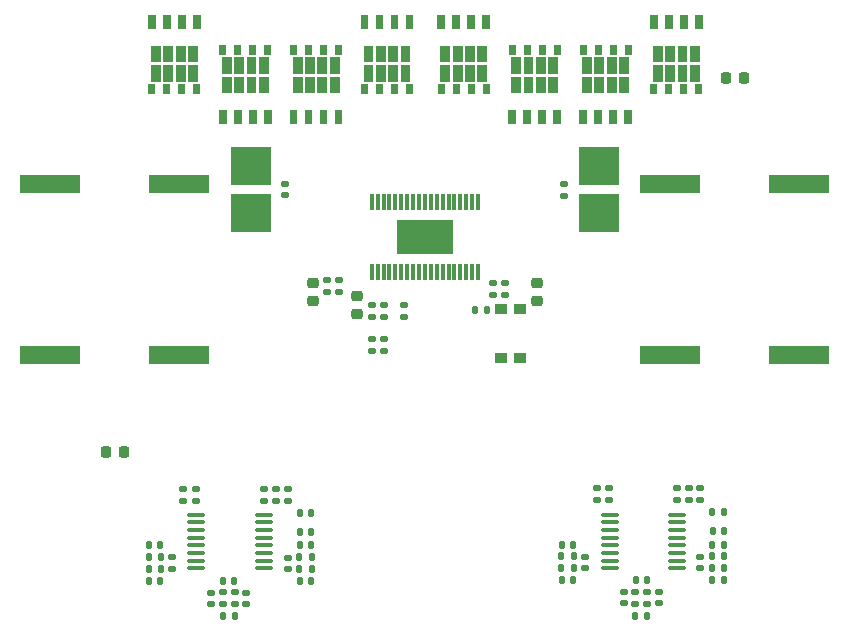
<source format=gbr>
%TF.GenerationSoftware,KiCad,Pcbnew,9.0.7-9.0.7~ubuntu22.04.1*%
%TF.CreationDate,2026-02-03T08:37:43-07:00*%
%TF.ProjectId,Power_Brick,506f7765-725f-4427-9269-636b2e6b6963,1.1*%
%TF.SameCoordinates,Original*%
%TF.FileFunction,Paste,Top*%
%TF.FilePolarity,Positive*%
%FSLAX46Y46*%
G04 Gerber Fmt 4.6, Leading zero omitted, Abs format (unit mm)*
G04 Created by KiCad (PCBNEW 9.0.7-9.0.7~ubuntu22.04.1) date 2026-02-03 08:37:43*
%MOMM*%
%LPD*%
G01*
G04 APERTURE LIST*
G04 Aperture macros list*
%AMRoundRect*
0 Rectangle with rounded corners*
0 $1 Rounding radius*
0 $2 $3 $4 $5 $6 $7 $8 $9 X,Y pos of 4 corners*
0 Add a 4 corners polygon primitive as box body*
4,1,4,$2,$3,$4,$5,$6,$7,$8,$9,$2,$3,0*
0 Add four circle primitives for the rounded corners*
1,1,$1+$1,$2,$3*
1,1,$1+$1,$4,$5*
1,1,$1+$1,$6,$7*
1,1,$1+$1,$8,$9*
0 Add four rect primitives between the rounded corners*
20,1,$1+$1,$2,$3,$4,$5,0*
20,1,$1+$1,$4,$5,$6,$7,0*
20,1,$1+$1,$6,$7,$8,$9,0*
20,1,$1+$1,$8,$9,$2,$3,0*%
G04 Aperture macros list end*
%ADD10C,0.000000*%
%ADD11C,0.010000*%
%ADD12R,0.299999X1.400000*%
%ADD13R,3.429000X3.327400*%
%ADD14R,5.105400X1.600200*%
%ADD15RoundRect,0.135000X-0.185000X0.135000X-0.185000X-0.135000X0.185000X-0.135000X0.185000X0.135000X0*%
%ADD16RoundRect,0.218750X-0.256250X0.218750X-0.256250X-0.218750X0.256250X-0.218750X0.256250X0.218750X0*%
%ADD17RoundRect,0.140000X-0.140000X-0.170000X0.140000X-0.170000X0.140000X0.170000X-0.140000X0.170000X0*%
%ADD18RoundRect,0.135000X0.135000X0.185000X-0.135000X0.185000X-0.135000X-0.185000X0.135000X-0.185000X0*%
%ADD19RoundRect,0.135000X0.185000X-0.135000X0.185000X0.135000X-0.185000X0.135000X-0.185000X-0.135000X0*%
%ADD20RoundRect,0.225000X0.250000X-0.225000X0.250000X0.225000X-0.250000X0.225000X-0.250000X-0.225000X0*%
%ADD21RoundRect,0.140000X0.170000X-0.140000X0.170000X0.140000X-0.170000X0.140000X-0.170000X-0.140000X0*%
%ADD22RoundRect,0.135000X-0.135000X-0.185000X0.135000X-0.185000X0.135000X0.185000X-0.135000X0.185000X0*%
%ADD23RoundRect,0.140000X0.140000X0.170000X-0.140000X0.170000X-0.140000X-0.170000X0.140000X-0.170000X0*%
%ADD24RoundRect,0.225000X-0.225000X-0.250000X0.225000X-0.250000X0.225000X0.250000X-0.225000X0.250000X0*%
%ADD25RoundRect,0.140000X-0.170000X0.140000X-0.170000X-0.140000X0.170000X-0.140000X0.170000X0.140000X0*%
%ADD26RoundRect,0.100000X-0.637500X-0.100000X0.637500X-0.100000X0.637500X0.100000X-0.637500X0.100000X0*%
%ADD27RoundRect,0.218750X0.256250X-0.218750X0.256250X0.218750X-0.256250X0.218750X-0.256250X-0.218750X0*%
%ADD28R,1.000000X0.900000*%
G04 APERTURE END LIST*
D10*
%TO.C,U1*%
G36*
X214814986Y-121157086D02*
G01*
X214823148Y-121159563D01*
X214830668Y-121163581D01*
X214837260Y-121168991D01*
X214842670Y-121175582D01*
X214846688Y-121183103D01*
X214849165Y-121191264D01*
X214850000Y-121199750D01*
X214850000Y-124012750D01*
X214849165Y-124021236D01*
X214846688Y-124029397D01*
X214842670Y-124036918D01*
X214837260Y-124043509D01*
X214830668Y-124048919D01*
X214823148Y-124052937D01*
X214814986Y-124055414D01*
X214806500Y-124056250D01*
X210193500Y-124056250D01*
X210185014Y-124055414D01*
X210176852Y-124052937D01*
X210169332Y-124048919D01*
X210162740Y-124043509D01*
X210157330Y-124036918D01*
X210153312Y-124029397D01*
X210150835Y-124021236D01*
X210150000Y-124012750D01*
X210150000Y-121199750D01*
X210150835Y-121191264D01*
X210153312Y-121183103D01*
X210157330Y-121175582D01*
X210162740Y-121168991D01*
X210169332Y-121163581D01*
X210176852Y-121159563D01*
X210185014Y-121157086D01*
X210193500Y-121156250D01*
X214806500Y-121156250D01*
X214814986Y-121157086D01*
G37*
D11*
%TO.C,Q2*%
X195626000Y-112899250D02*
X195064000Y-112899250D01*
X195064000Y-111827250D01*
X195626000Y-111827250D01*
X195626000Y-112899250D01*
G36*
X195626000Y-112899250D02*
G01*
X195064000Y-112899250D01*
X195064000Y-111827250D01*
X195626000Y-111827250D01*
X195626000Y-112899250D01*
G37*
X195599000Y-107079250D02*
X195091000Y-107079250D01*
X195091000Y-106313250D01*
X195599000Y-106313250D01*
X195599000Y-107079250D01*
G36*
X195599000Y-107079250D02*
G01*
X195091000Y-107079250D01*
X195091000Y-106313250D01*
X195599000Y-106313250D01*
X195599000Y-107079250D01*
G37*
X196054000Y-108659250D02*
X195308000Y-108659250D01*
X195308000Y-107365250D01*
X196054000Y-107365250D01*
X196054000Y-108659250D01*
G36*
X196054000Y-108659250D02*
G01*
X195308000Y-108659250D01*
X195308000Y-107365250D01*
X196054000Y-107365250D01*
X196054000Y-108659250D01*
G37*
X196054000Y-110303250D02*
X195308000Y-110303250D01*
X195308000Y-109009250D01*
X196054000Y-109009250D01*
X196054000Y-110303250D01*
G36*
X196054000Y-110303250D02*
G01*
X195308000Y-110303250D01*
X195308000Y-109009250D01*
X196054000Y-109009250D01*
X196054000Y-110303250D01*
G37*
X196896000Y-112899250D02*
X196334000Y-112899250D01*
X196334000Y-111827250D01*
X196896000Y-111827250D01*
X196896000Y-112899250D01*
G36*
X196896000Y-112899250D02*
G01*
X196334000Y-112899250D01*
X196334000Y-111827250D01*
X196896000Y-111827250D01*
X196896000Y-112899250D01*
G37*
X197100000Y-108659250D02*
X196354000Y-108659250D01*
X196354000Y-107365250D01*
X197100000Y-107365250D01*
X197100000Y-108659250D01*
G36*
X197100000Y-108659250D02*
G01*
X196354000Y-108659250D01*
X196354000Y-107365250D01*
X197100000Y-107365250D01*
X197100000Y-108659250D01*
G37*
X197100000Y-110303250D02*
X196354000Y-110303250D01*
X196354000Y-109009250D01*
X197100000Y-109009250D01*
X197100000Y-110303250D01*
G36*
X197100000Y-110303250D02*
G01*
X196354000Y-110303250D01*
X196354000Y-109009250D01*
X197100000Y-109009250D01*
X197100000Y-110303250D01*
G37*
X196869000Y-107079250D02*
X196361000Y-107079250D01*
X196361000Y-106313250D01*
X196869000Y-106313250D01*
X196869000Y-107079250D01*
G36*
X196869000Y-107079250D02*
G01*
X196361000Y-107079250D01*
X196361000Y-106313250D01*
X196869000Y-106313250D01*
X196869000Y-107079250D01*
G37*
X198146000Y-108659250D02*
X197400000Y-108659250D01*
X197400000Y-107365250D01*
X198146000Y-107365250D01*
X198146000Y-108659250D01*
G36*
X198146000Y-108659250D02*
G01*
X197400000Y-108659250D01*
X197400000Y-107365250D01*
X198146000Y-107365250D01*
X198146000Y-108659250D01*
G37*
X198146000Y-110303250D02*
X197400000Y-110303250D01*
X197400000Y-109009250D01*
X198146000Y-109009250D01*
X198146000Y-110303250D01*
G36*
X198146000Y-110303250D02*
G01*
X197400000Y-110303250D01*
X197400000Y-109009250D01*
X198146000Y-109009250D01*
X198146000Y-110303250D01*
G37*
X198166000Y-112899250D02*
X197604000Y-112899250D01*
X197604000Y-111827250D01*
X198166000Y-111827250D01*
X198166000Y-112899250D01*
G36*
X198166000Y-112899250D02*
G01*
X197604000Y-112899250D01*
X197604000Y-111827250D01*
X198166000Y-111827250D01*
X198166000Y-112899250D01*
G37*
X198139000Y-107079250D02*
X197631000Y-107079250D01*
X197631000Y-106313250D01*
X198139000Y-106313250D01*
X198139000Y-107079250D01*
G36*
X198139000Y-107079250D02*
G01*
X197631000Y-107079250D01*
X197631000Y-106313250D01*
X198139000Y-106313250D01*
X198139000Y-107079250D01*
G37*
X199192000Y-108659250D02*
X198446000Y-108659250D01*
X198446000Y-107365250D01*
X199192000Y-107365250D01*
X199192000Y-108659250D01*
G36*
X199192000Y-108659250D02*
G01*
X198446000Y-108659250D01*
X198446000Y-107365250D01*
X199192000Y-107365250D01*
X199192000Y-108659250D01*
G37*
X199192000Y-110303250D02*
X198446000Y-110303250D01*
X198446000Y-109009250D01*
X199192000Y-109009250D01*
X199192000Y-110303250D01*
G36*
X199192000Y-110303250D02*
G01*
X198446000Y-110303250D01*
X198446000Y-109009250D01*
X199192000Y-109009250D01*
X199192000Y-110303250D01*
G37*
X199436000Y-112899250D02*
X198874000Y-112899250D01*
X198874000Y-111827250D01*
X199436000Y-111827250D01*
X199436000Y-112899250D01*
G36*
X199436000Y-112899250D02*
G01*
X198874000Y-112899250D01*
X198874000Y-111827250D01*
X199436000Y-111827250D01*
X199436000Y-112899250D01*
G37*
X199409000Y-107079250D02*
X198901000Y-107079250D01*
X198901000Y-106313250D01*
X199409000Y-106313250D01*
X199409000Y-107079250D01*
G36*
X199409000Y-107079250D02*
G01*
X198901000Y-107079250D01*
X198901000Y-106313250D01*
X199409000Y-106313250D01*
X199409000Y-107079250D01*
G37*
%TO.C,Q8*%
X226126000Y-112899250D02*
X225564000Y-112899250D01*
X225564000Y-111827250D01*
X226126000Y-111827250D01*
X226126000Y-112899250D01*
G36*
X226126000Y-112899250D02*
G01*
X225564000Y-112899250D01*
X225564000Y-111827250D01*
X226126000Y-111827250D01*
X226126000Y-112899250D01*
G37*
X226099000Y-107079250D02*
X225591000Y-107079250D01*
X225591000Y-106313250D01*
X226099000Y-106313250D01*
X226099000Y-107079250D01*
G36*
X226099000Y-107079250D02*
G01*
X225591000Y-107079250D01*
X225591000Y-106313250D01*
X226099000Y-106313250D01*
X226099000Y-107079250D01*
G37*
X226554000Y-108659250D02*
X225808000Y-108659250D01*
X225808000Y-107365250D01*
X226554000Y-107365250D01*
X226554000Y-108659250D01*
G36*
X226554000Y-108659250D02*
G01*
X225808000Y-108659250D01*
X225808000Y-107365250D01*
X226554000Y-107365250D01*
X226554000Y-108659250D01*
G37*
X226554000Y-110303250D02*
X225808000Y-110303250D01*
X225808000Y-109009250D01*
X226554000Y-109009250D01*
X226554000Y-110303250D01*
G36*
X226554000Y-110303250D02*
G01*
X225808000Y-110303250D01*
X225808000Y-109009250D01*
X226554000Y-109009250D01*
X226554000Y-110303250D01*
G37*
X227396000Y-112899250D02*
X226834000Y-112899250D01*
X226834000Y-111827250D01*
X227396000Y-111827250D01*
X227396000Y-112899250D01*
G36*
X227396000Y-112899250D02*
G01*
X226834000Y-112899250D01*
X226834000Y-111827250D01*
X227396000Y-111827250D01*
X227396000Y-112899250D01*
G37*
X227600000Y-108659250D02*
X226854000Y-108659250D01*
X226854000Y-107365250D01*
X227600000Y-107365250D01*
X227600000Y-108659250D01*
G36*
X227600000Y-108659250D02*
G01*
X226854000Y-108659250D01*
X226854000Y-107365250D01*
X227600000Y-107365250D01*
X227600000Y-108659250D01*
G37*
X227600000Y-110303250D02*
X226854000Y-110303250D01*
X226854000Y-109009250D01*
X227600000Y-109009250D01*
X227600000Y-110303250D01*
G36*
X227600000Y-110303250D02*
G01*
X226854000Y-110303250D01*
X226854000Y-109009250D01*
X227600000Y-109009250D01*
X227600000Y-110303250D01*
G37*
X227369000Y-107079250D02*
X226861000Y-107079250D01*
X226861000Y-106313250D01*
X227369000Y-106313250D01*
X227369000Y-107079250D01*
G36*
X227369000Y-107079250D02*
G01*
X226861000Y-107079250D01*
X226861000Y-106313250D01*
X227369000Y-106313250D01*
X227369000Y-107079250D01*
G37*
X228646000Y-108659250D02*
X227900000Y-108659250D01*
X227900000Y-107365250D01*
X228646000Y-107365250D01*
X228646000Y-108659250D01*
G36*
X228646000Y-108659250D02*
G01*
X227900000Y-108659250D01*
X227900000Y-107365250D01*
X228646000Y-107365250D01*
X228646000Y-108659250D01*
G37*
X228646000Y-110303250D02*
X227900000Y-110303250D01*
X227900000Y-109009250D01*
X228646000Y-109009250D01*
X228646000Y-110303250D01*
G36*
X228646000Y-110303250D02*
G01*
X227900000Y-110303250D01*
X227900000Y-109009250D01*
X228646000Y-109009250D01*
X228646000Y-110303250D01*
G37*
X228666000Y-112899250D02*
X228104000Y-112899250D01*
X228104000Y-111827250D01*
X228666000Y-111827250D01*
X228666000Y-112899250D01*
G36*
X228666000Y-112899250D02*
G01*
X228104000Y-112899250D01*
X228104000Y-111827250D01*
X228666000Y-111827250D01*
X228666000Y-112899250D01*
G37*
X228639000Y-107079250D02*
X228131000Y-107079250D01*
X228131000Y-106313250D01*
X228639000Y-106313250D01*
X228639000Y-107079250D01*
G36*
X228639000Y-107079250D02*
G01*
X228131000Y-107079250D01*
X228131000Y-106313250D01*
X228639000Y-106313250D01*
X228639000Y-107079250D01*
G37*
X229692000Y-108659250D02*
X228946000Y-108659250D01*
X228946000Y-107365250D01*
X229692000Y-107365250D01*
X229692000Y-108659250D01*
G36*
X229692000Y-108659250D02*
G01*
X228946000Y-108659250D01*
X228946000Y-107365250D01*
X229692000Y-107365250D01*
X229692000Y-108659250D01*
G37*
X229692000Y-110303250D02*
X228946000Y-110303250D01*
X228946000Y-109009250D01*
X229692000Y-109009250D01*
X229692000Y-110303250D01*
G36*
X229692000Y-110303250D02*
G01*
X228946000Y-110303250D01*
X228946000Y-109009250D01*
X229692000Y-109009250D01*
X229692000Y-110303250D01*
G37*
X229936000Y-112899250D02*
X229374000Y-112899250D01*
X229374000Y-111827250D01*
X229936000Y-111827250D01*
X229936000Y-112899250D01*
G36*
X229936000Y-112899250D02*
G01*
X229374000Y-112899250D01*
X229374000Y-111827250D01*
X229936000Y-111827250D01*
X229936000Y-112899250D01*
G37*
X229909000Y-107079250D02*
X229401000Y-107079250D01*
X229401000Y-106313250D01*
X229909000Y-106313250D01*
X229909000Y-107079250D01*
G36*
X229909000Y-107079250D02*
G01*
X229401000Y-107079250D01*
X229401000Y-106313250D01*
X229909000Y-106313250D01*
X229909000Y-107079250D01*
G37*
%TO.C,Q6*%
X220126000Y-112899250D02*
X219564000Y-112899250D01*
X219564000Y-111827250D01*
X220126000Y-111827250D01*
X220126000Y-112899250D01*
G36*
X220126000Y-112899250D02*
G01*
X219564000Y-112899250D01*
X219564000Y-111827250D01*
X220126000Y-111827250D01*
X220126000Y-112899250D01*
G37*
X220099000Y-107079250D02*
X219591000Y-107079250D01*
X219591000Y-106313250D01*
X220099000Y-106313250D01*
X220099000Y-107079250D01*
G36*
X220099000Y-107079250D02*
G01*
X219591000Y-107079250D01*
X219591000Y-106313250D01*
X220099000Y-106313250D01*
X220099000Y-107079250D01*
G37*
X220554000Y-108659250D02*
X219808000Y-108659250D01*
X219808000Y-107365250D01*
X220554000Y-107365250D01*
X220554000Y-108659250D01*
G36*
X220554000Y-108659250D02*
G01*
X219808000Y-108659250D01*
X219808000Y-107365250D01*
X220554000Y-107365250D01*
X220554000Y-108659250D01*
G37*
X220554000Y-110303250D02*
X219808000Y-110303250D01*
X219808000Y-109009250D01*
X220554000Y-109009250D01*
X220554000Y-110303250D01*
G36*
X220554000Y-110303250D02*
G01*
X219808000Y-110303250D01*
X219808000Y-109009250D01*
X220554000Y-109009250D01*
X220554000Y-110303250D01*
G37*
X221396000Y-112899250D02*
X220834000Y-112899250D01*
X220834000Y-111827250D01*
X221396000Y-111827250D01*
X221396000Y-112899250D01*
G36*
X221396000Y-112899250D02*
G01*
X220834000Y-112899250D01*
X220834000Y-111827250D01*
X221396000Y-111827250D01*
X221396000Y-112899250D01*
G37*
X221600000Y-108659250D02*
X220854000Y-108659250D01*
X220854000Y-107365250D01*
X221600000Y-107365250D01*
X221600000Y-108659250D01*
G36*
X221600000Y-108659250D02*
G01*
X220854000Y-108659250D01*
X220854000Y-107365250D01*
X221600000Y-107365250D01*
X221600000Y-108659250D01*
G37*
X221600000Y-110303250D02*
X220854000Y-110303250D01*
X220854000Y-109009250D01*
X221600000Y-109009250D01*
X221600000Y-110303250D01*
G36*
X221600000Y-110303250D02*
G01*
X220854000Y-110303250D01*
X220854000Y-109009250D01*
X221600000Y-109009250D01*
X221600000Y-110303250D01*
G37*
X221369000Y-107079250D02*
X220861000Y-107079250D01*
X220861000Y-106313250D01*
X221369000Y-106313250D01*
X221369000Y-107079250D01*
G36*
X221369000Y-107079250D02*
G01*
X220861000Y-107079250D01*
X220861000Y-106313250D01*
X221369000Y-106313250D01*
X221369000Y-107079250D01*
G37*
X222646000Y-108659250D02*
X221900000Y-108659250D01*
X221900000Y-107365250D01*
X222646000Y-107365250D01*
X222646000Y-108659250D01*
G36*
X222646000Y-108659250D02*
G01*
X221900000Y-108659250D01*
X221900000Y-107365250D01*
X222646000Y-107365250D01*
X222646000Y-108659250D01*
G37*
X222646000Y-110303250D02*
X221900000Y-110303250D01*
X221900000Y-109009250D01*
X222646000Y-109009250D01*
X222646000Y-110303250D01*
G36*
X222646000Y-110303250D02*
G01*
X221900000Y-110303250D01*
X221900000Y-109009250D01*
X222646000Y-109009250D01*
X222646000Y-110303250D01*
G37*
X222666000Y-112899250D02*
X222104000Y-112899250D01*
X222104000Y-111827250D01*
X222666000Y-111827250D01*
X222666000Y-112899250D01*
G36*
X222666000Y-112899250D02*
G01*
X222104000Y-112899250D01*
X222104000Y-111827250D01*
X222666000Y-111827250D01*
X222666000Y-112899250D01*
G37*
X222639000Y-107079250D02*
X222131000Y-107079250D01*
X222131000Y-106313250D01*
X222639000Y-106313250D01*
X222639000Y-107079250D01*
G36*
X222639000Y-107079250D02*
G01*
X222131000Y-107079250D01*
X222131000Y-106313250D01*
X222639000Y-106313250D01*
X222639000Y-107079250D01*
G37*
X223692000Y-108659250D02*
X222946000Y-108659250D01*
X222946000Y-107365250D01*
X223692000Y-107365250D01*
X223692000Y-108659250D01*
G36*
X223692000Y-108659250D02*
G01*
X222946000Y-108659250D01*
X222946000Y-107365250D01*
X223692000Y-107365250D01*
X223692000Y-108659250D01*
G37*
X223692000Y-110303250D02*
X222946000Y-110303250D01*
X222946000Y-109009250D01*
X223692000Y-109009250D01*
X223692000Y-110303250D01*
G36*
X223692000Y-110303250D02*
G01*
X222946000Y-110303250D01*
X222946000Y-109009250D01*
X223692000Y-109009250D01*
X223692000Y-110303250D01*
G37*
X223936000Y-112899250D02*
X223374000Y-112899250D01*
X223374000Y-111827250D01*
X223936000Y-111827250D01*
X223936000Y-112899250D01*
G36*
X223936000Y-112899250D02*
G01*
X223374000Y-112899250D01*
X223374000Y-111827250D01*
X223936000Y-111827250D01*
X223936000Y-112899250D01*
G37*
X223909000Y-107079250D02*
X223401000Y-107079250D01*
X223401000Y-106313250D01*
X223909000Y-106313250D01*
X223909000Y-107079250D01*
G36*
X223909000Y-107079250D02*
G01*
X223401000Y-107079250D01*
X223401000Y-106313250D01*
X223909000Y-106313250D01*
X223909000Y-107079250D01*
G37*
%TO.C,Q5*%
X214099000Y-110399250D02*
X213591000Y-110399250D01*
X213591000Y-109633250D01*
X214099000Y-109633250D01*
X214099000Y-110399250D01*
G36*
X214099000Y-110399250D02*
G01*
X213591000Y-110399250D01*
X213591000Y-109633250D01*
X214099000Y-109633250D01*
X214099000Y-110399250D01*
G37*
X214126000Y-104885250D02*
X213564000Y-104885250D01*
X213564000Y-103813250D01*
X214126000Y-103813250D01*
X214126000Y-104885250D01*
G36*
X214126000Y-104885250D02*
G01*
X213564000Y-104885250D01*
X213564000Y-103813250D01*
X214126000Y-103813250D01*
X214126000Y-104885250D01*
G37*
X214554000Y-107703250D02*
X213808000Y-107703250D01*
X213808000Y-106409250D01*
X214554000Y-106409250D01*
X214554000Y-107703250D01*
G36*
X214554000Y-107703250D02*
G01*
X213808000Y-107703250D01*
X213808000Y-106409250D01*
X214554000Y-106409250D01*
X214554000Y-107703250D01*
G37*
X214554000Y-109347250D02*
X213808000Y-109347250D01*
X213808000Y-108053250D01*
X214554000Y-108053250D01*
X214554000Y-109347250D01*
G36*
X214554000Y-109347250D02*
G01*
X213808000Y-109347250D01*
X213808000Y-108053250D01*
X214554000Y-108053250D01*
X214554000Y-109347250D01*
G37*
X215369000Y-110399250D02*
X214861000Y-110399250D01*
X214861000Y-109633250D01*
X215369000Y-109633250D01*
X215369000Y-110399250D01*
G36*
X215369000Y-110399250D02*
G01*
X214861000Y-110399250D01*
X214861000Y-109633250D01*
X215369000Y-109633250D01*
X215369000Y-110399250D01*
G37*
X215396000Y-104885250D02*
X214834000Y-104885250D01*
X214834000Y-103813250D01*
X215396000Y-103813250D01*
X215396000Y-104885250D01*
G36*
X215396000Y-104885250D02*
G01*
X214834000Y-104885250D01*
X214834000Y-103813250D01*
X215396000Y-103813250D01*
X215396000Y-104885250D01*
G37*
X215600000Y-107703250D02*
X214854000Y-107703250D01*
X214854000Y-106409250D01*
X215600000Y-106409250D01*
X215600000Y-107703250D01*
G36*
X215600000Y-107703250D02*
G01*
X214854000Y-107703250D01*
X214854000Y-106409250D01*
X215600000Y-106409250D01*
X215600000Y-107703250D01*
G37*
X215600000Y-109347250D02*
X214854000Y-109347250D01*
X214854000Y-108053250D01*
X215600000Y-108053250D01*
X215600000Y-109347250D01*
G36*
X215600000Y-109347250D02*
G01*
X214854000Y-109347250D01*
X214854000Y-108053250D01*
X215600000Y-108053250D01*
X215600000Y-109347250D01*
G37*
X216639000Y-110399250D02*
X216131000Y-110399250D01*
X216131000Y-109633250D01*
X216639000Y-109633250D01*
X216639000Y-110399250D01*
G36*
X216639000Y-110399250D02*
G01*
X216131000Y-110399250D01*
X216131000Y-109633250D01*
X216639000Y-109633250D01*
X216639000Y-110399250D01*
G37*
X216646000Y-107703250D02*
X215900000Y-107703250D01*
X215900000Y-106409250D01*
X216646000Y-106409250D01*
X216646000Y-107703250D01*
G36*
X216646000Y-107703250D02*
G01*
X215900000Y-107703250D01*
X215900000Y-106409250D01*
X216646000Y-106409250D01*
X216646000Y-107703250D01*
G37*
X216646000Y-109347250D02*
X215900000Y-109347250D01*
X215900000Y-108053250D01*
X216646000Y-108053250D01*
X216646000Y-109347250D01*
G36*
X216646000Y-109347250D02*
G01*
X215900000Y-109347250D01*
X215900000Y-108053250D01*
X216646000Y-108053250D01*
X216646000Y-109347250D01*
G37*
X216666000Y-104885250D02*
X216104000Y-104885250D01*
X216104000Y-103813250D01*
X216666000Y-103813250D01*
X216666000Y-104885250D01*
G36*
X216666000Y-104885250D02*
G01*
X216104000Y-104885250D01*
X216104000Y-103813250D01*
X216666000Y-103813250D01*
X216666000Y-104885250D01*
G37*
X217692000Y-107703250D02*
X216946000Y-107703250D01*
X216946000Y-106409250D01*
X217692000Y-106409250D01*
X217692000Y-107703250D01*
G36*
X217692000Y-107703250D02*
G01*
X216946000Y-107703250D01*
X216946000Y-106409250D01*
X217692000Y-106409250D01*
X217692000Y-107703250D01*
G37*
X217692000Y-109347250D02*
X216946000Y-109347250D01*
X216946000Y-108053250D01*
X217692000Y-108053250D01*
X217692000Y-109347250D01*
G36*
X217692000Y-109347250D02*
G01*
X216946000Y-109347250D01*
X216946000Y-108053250D01*
X217692000Y-108053250D01*
X217692000Y-109347250D01*
G37*
X217909000Y-110399250D02*
X217401000Y-110399250D01*
X217401000Y-109633250D01*
X217909000Y-109633250D01*
X217909000Y-110399250D01*
G36*
X217909000Y-110399250D02*
G01*
X217401000Y-110399250D01*
X217401000Y-109633250D01*
X217909000Y-109633250D01*
X217909000Y-110399250D01*
G37*
X217936000Y-104885250D02*
X217374000Y-104885250D01*
X217374000Y-103813250D01*
X217936000Y-103813250D01*
X217936000Y-104885250D01*
G36*
X217936000Y-104885250D02*
G01*
X217374000Y-104885250D01*
X217374000Y-103813250D01*
X217936000Y-103813250D01*
X217936000Y-104885250D01*
G37*
%TO.C,Q4*%
X201626000Y-112899250D02*
X201064000Y-112899250D01*
X201064000Y-111827250D01*
X201626000Y-111827250D01*
X201626000Y-112899250D01*
G36*
X201626000Y-112899250D02*
G01*
X201064000Y-112899250D01*
X201064000Y-111827250D01*
X201626000Y-111827250D01*
X201626000Y-112899250D01*
G37*
X201599000Y-107079250D02*
X201091000Y-107079250D01*
X201091000Y-106313250D01*
X201599000Y-106313250D01*
X201599000Y-107079250D01*
G36*
X201599000Y-107079250D02*
G01*
X201091000Y-107079250D01*
X201091000Y-106313250D01*
X201599000Y-106313250D01*
X201599000Y-107079250D01*
G37*
X202054000Y-108659250D02*
X201308000Y-108659250D01*
X201308000Y-107365250D01*
X202054000Y-107365250D01*
X202054000Y-108659250D01*
G36*
X202054000Y-108659250D02*
G01*
X201308000Y-108659250D01*
X201308000Y-107365250D01*
X202054000Y-107365250D01*
X202054000Y-108659250D01*
G37*
X202054000Y-110303250D02*
X201308000Y-110303250D01*
X201308000Y-109009250D01*
X202054000Y-109009250D01*
X202054000Y-110303250D01*
G36*
X202054000Y-110303250D02*
G01*
X201308000Y-110303250D01*
X201308000Y-109009250D01*
X202054000Y-109009250D01*
X202054000Y-110303250D01*
G37*
X202896000Y-112899250D02*
X202334000Y-112899250D01*
X202334000Y-111827250D01*
X202896000Y-111827250D01*
X202896000Y-112899250D01*
G36*
X202896000Y-112899250D02*
G01*
X202334000Y-112899250D01*
X202334000Y-111827250D01*
X202896000Y-111827250D01*
X202896000Y-112899250D01*
G37*
X203100000Y-108659250D02*
X202354000Y-108659250D01*
X202354000Y-107365250D01*
X203100000Y-107365250D01*
X203100000Y-108659250D01*
G36*
X203100000Y-108659250D02*
G01*
X202354000Y-108659250D01*
X202354000Y-107365250D01*
X203100000Y-107365250D01*
X203100000Y-108659250D01*
G37*
X203100000Y-110303250D02*
X202354000Y-110303250D01*
X202354000Y-109009250D01*
X203100000Y-109009250D01*
X203100000Y-110303250D01*
G36*
X203100000Y-110303250D02*
G01*
X202354000Y-110303250D01*
X202354000Y-109009250D01*
X203100000Y-109009250D01*
X203100000Y-110303250D01*
G37*
X202869000Y-107079250D02*
X202361000Y-107079250D01*
X202361000Y-106313250D01*
X202869000Y-106313250D01*
X202869000Y-107079250D01*
G36*
X202869000Y-107079250D02*
G01*
X202361000Y-107079250D01*
X202361000Y-106313250D01*
X202869000Y-106313250D01*
X202869000Y-107079250D01*
G37*
X204146000Y-108659250D02*
X203400000Y-108659250D01*
X203400000Y-107365250D01*
X204146000Y-107365250D01*
X204146000Y-108659250D01*
G36*
X204146000Y-108659250D02*
G01*
X203400000Y-108659250D01*
X203400000Y-107365250D01*
X204146000Y-107365250D01*
X204146000Y-108659250D01*
G37*
X204146000Y-110303250D02*
X203400000Y-110303250D01*
X203400000Y-109009250D01*
X204146000Y-109009250D01*
X204146000Y-110303250D01*
G36*
X204146000Y-110303250D02*
G01*
X203400000Y-110303250D01*
X203400000Y-109009250D01*
X204146000Y-109009250D01*
X204146000Y-110303250D01*
G37*
X204166000Y-112899250D02*
X203604000Y-112899250D01*
X203604000Y-111827250D01*
X204166000Y-111827250D01*
X204166000Y-112899250D01*
G36*
X204166000Y-112899250D02*
G01*
X203604000Y-112899250D01*
X203604000Y-111827250D01*
X204166000Y-111827250D01*
X204166000Y-112899250D01*
G37*
X204139000Y-107079250D02*
X203631000Y-107079250D01*
X203631000Y-106313250D01*
X204139000Y-106313250D01*
X204139000Y-107079250D01*
G36*
X204139000Y-107079250D02*
G01*
X203631000Y-107079250D01*
X203631000Y-106313250D01*
X204139000Y-106313250D01*
X204139000Y-107079250D01*
G37*
X205192000Y-108659250D02*
X204446000Y-108659250D01*
X204446000Y-107365250D01*
X205192000Y-107365250D01*
X205192000Y-108659250D01*
G36*
X205192000Y-108659250D02*
G01*
X204446000Y-108659250D01*
X204446000Y-107365250D01*
X205192000Y-107365250D01*
X205192000Y-108659250D01*
G37*
X205192000Y-110303250D02*
X204446000Y-110303250D01*
X204446000Y-109009250D01*
X205192000Y-109009250D01*
X205192000Y-110303250D01*
G36*
X205192000Y-110303250D02*
G01*
X204446000Y-110303250D01*
X204446000Y-109009250D01*
X205192000Y-109009250D01*
X205192000Y-110303250D01*
G37*
X205436000Y-112899250D02*
X204874000Y-112899250D01*
X204874000Y-111827250D01*
X205436000Y-111827250D01*
X205436000Y-112899250D01*
G36*
X205436000Y-112899250D02*
G01*
X204874000Y-112899250D01*
X204874000Y-111827250D01*
X205436000Y-111827250D01*
X205436000Y-112899250D01*
G37*
X205409000Y-107079250D02*
X204901000Y-107079250D01*
X204901000Y-106313250D01*
X205409000Y-106313250D01*
X205409000Y-107079250D01*
G36*
X205409000Y-107079250D02*
G01*
X204901000Y-107079250D01*
X204901000Y-106313250D01*
X205409000Y-106313250D01*
X205409000Y-107079250D01*
G37*
%TO.C,Q3*%
X207599000Y-110399250D02*
X207091000Y-110399250D01*
X207091000Y-109633250D01*
X207599000Y-109633250D01*
X207599000Y-110399250D01*
G36*
X207599000Y-110399250D02*
G01*
X207091000Y-110399250D01*
X207091000Y-109633250D01*
X207599000Y-109633250D01*
X207599000Y-110399250D01*
G37*
X207626000Y-104885250D02*
X207064000Y-104885250D01*
X207064000Y-103813250D01*
X207626000Y-103813250D01*
X207626000Y-104885250D01*
G36*
X207626000Y-104885250D02*
G01*
X207064000Y-104885250D01*
X207064000Y-103813250D01*
X207626000Y-103813250D01*
X207626000Y-104885250D01*
G37*
X208054000Y-107703250D02*
X207308000Y-107703250D01*
X207308000Y-106409250D01*
X208054000Y-106409250D01*
X208054000Y-107703250D01*
G36*
X208054000Y-107703250D02*
G01*
X207308000Y-107703250D01*
X207308000Y-106409250D01*
X208054000Y-106409250D01*
X208054000Y-107703250D01*
G37*
X208054000Y-109347250D02*
X207308000Y-109347250D01*
X207308000Y-108053250D01*
X208054000Y-108053250D01*
X208054000Y-109347250D01*
G36*
X208054000Y-109347250D02*
G01*
X207308000Y-109347250D01*
X207308000Y-108053250D01*
X208054000Y-108053250D01*
X208054000Y-109347250D01*
G37*
X208869000Y-110399250D02*
X208361000Y-110399250D01*
X208361000Y-109633250D01*
X208869000Y-109633250D01*
X208869000Y-110399250D01*
G36*
X208869000Y-110399250D02*
G01*
X208361000Y-110399250D01*
X208361000Y-109633250D01*
X208869000Y-109633250D01*
X208869000Y-110399250D01*
G37*
X208896000Y-104885250D02*
X208334000Y-104885250D01*
X208334000Y-103813250D01*
X208896000Y-103813250D01*
X208896000Y-104885250D01*
G36*
X208896000Y-104885250D02*
G01*
X208334000Y-104885250D01*
X208334000Y-103813250D01*
X208896000Y-103813250D01*
X208896000Y-104885250D01*
G37*
X209100000Y-107703250D02*
X208354000Y-107703250D01*
X208354000Y-106409250D01*
X209100000Y-106409250D01*
X209100000Y-107703250D01*
G36*
X209100000Y-107703250D02*
G01*
X208354000Y-107703250D01*
X208354000Y-106409250D01*
X209100000Y-106409250D01*
X209100000Y-107703250D01*
G37*
X209100000Y-109347250D02*
X208354000Y-109347250D01*
X208354000Y-108053250D01*
X209100000Y-108053250D01*
X209100000Y-109347250D01*
G36*
X209100000Y-109347250D02*
G01*
X208354000Y-109347250D01*
X208354000Y-108053250D01*
X209100000Y-108053250D01*
X209100000Y-109347250D01*
G37*
X210139000Y-110399250D02*
X209631000Y-110399250D01*
X209631000Y-109633250D01*
X210139000Y-109633250D01*
X210139000Y-110399250D01*
G36*
X210139000Y-110399250D02*
G01*
X209631000Y-110399250D01*
X209631000Y-109633250D01*
X210139000Y-109633250D01*
X210139000Y-110399250D01*
G37*
X210146000Y-107703250D02*
X209400000Y-107703250D01*
X209400000Y-106409250D01*
X210146000Y-106409250D01*
X210146000Y-107703250D01*
G36*
X210146000Y-107703250D02*
G01*
X209400000Y-107703250D01*
X209400000Y-106409250D01*
X210146000Y-106409250D01*
X210146000Y-107703250D01*
G37*
X210146000Y-109347250D02*
X209400000Y-109347250D01*
X209400000Y-108053250D01*
X210146000Y-108053250D01*
X210146000Y-109347250D01*
G36*
X210146000Y-109347250D02*
G01*
X209400000Y-109347250D01*
X209400000Y-108053250D01*
X210146000Y-108053250D01*
X210146000Y-109347250D01*
G37*
X210166000Y-104885250D02*
X209604000Y-104885250D01*
X209604000Y-103813250D01*
X210166000Y-103813250D01*
X210166000Y-104885250D01*
G36*
X210166000Y-104885250D02*
G01*
X209604000Y-104885250D01*
X209604000Y-103813250D01*
X210166000Y-103813250D01*
X210166000Y-104885250D01*
G37*
X211192000Y-107703250D02*
X210446000Y-107703250D01*
X210446000Y-106409250D01*
X211192000Y-106409250D01*
X211192000Y-107703250D01*
G36*
X211192000Y-107703250D02*
G01*
X210446000Y-107703250D01*
X210446000Y-106409250D01*
X211192000Y-106409250D01*
X211192000Y-107703250D01*
G37*
X211192000Y-109347250D02*
X210446000Y-109347250D01*
X210446000Y-108053250D01*
X211192000Y-108053250D01*
X211192000Y-109347250D01*
G36*
X211192000Y-109347250D02*
G01*
X210446000Y-109347250D01*
X210446000Y-108053250D01*
X211192000Y-108053250D01*
X211192000Y-109347250D01*
G37*
X211409000Y-110399250D02*
X210901000Y-110399250D01*
X210901000Y-109633250D01*
X211409000Y-109633250D01*
X211409000Y-110399250D01*
G36*
X211409000Y-110399250D02*
G01*
X210901000Y-110399250D01*
X210901000Y-109633250D01*
X211409000Y-109633250D01*
X211409000Y-110399250D01*
G37*
X211436000Y-104885250D02*
X210874000Y-104885250D01*
X210874000Y-103813250D01*
X211436000Y-103813250D01*
X211436000Y-104885250D01*
G36*
X211436000Y-104885250D02*
G01*
X210874000Y-104885250D01*
X210874000Y-103813250D01*
X211436000Y-103813250D01*
X211436000Y-104885250D01*
G37*
%TO.C,Q7*%
X232099000Y-110399250D02*
X231591000Y-110399250D01*
X231591000Y-109633250D01*
X232099000Y-109633250D01*
X232099000Y-110399250D01*
G36*
X232099000Y-110399250D02*
G01*
X231591000Y-110399250D01*
X231591000Y-109633250D01*
X232099000Y-109633250D01*
X232099000Y-110399250D01*
G37*
X232126000Y-104885250D02*
X231564000Y-104885250D01*
X231564000Y-103813250D01*
X232126000Y-103813250D01*
X232126000Y-104885250D01*
G36*
X232126000Y-104885250D02*
G01*
X231564000Y-104885250D01*
X231564000Y-103813250D01*
X232126000Y-103813250D01*
X232126000Y-104885250D01*
G37*
X232554000Y-107703250D02*
X231808000Y-107703250D01*
X231808000Y-106409250D01*
X232554000Y-106409250D01*
X232554000Y-107703250D01*
G36*
X232554000Y-107703250D02*
G01*
X231808000Y-107703250D01*
X231808000Y-106409250D01*
X232554000Y-106409250D01*
X232554000Y-107703250D01*
G37*
X232554000Y-109347250D02*
X231808000Y-109347250D01*
X231808000Y-108053250D01*
X232554000Y-108053250D01*
X232554000Y-109347250D01*
G36*
X232554000Y-109347250D02*
G01*
X231808000Y-109347250D01*
X231808000Y-108053250D01*
X232554000Y-108053250D01*
X232554000Y-109347250D01*
G37*
X233369000Y-110399250D02*
X232861000Y-110399250D01*
X232861000Y-109633250D01*
X233369000Y-109633250D01*
X233369000Y-110399250D01*
G36*
X233369000Y-110399250D02*
G01*
X232861000Y-110399250D01*
X232861000Y-109633250D01*
X233369000Y-109633250D01*
X233369000Y-110399250D01*
G37*
X233396000Y-104885250D02*
X232834000Y-104885250D01*
X232834000Y-103813250D01*
X233396000Y-103813250D01*
X233396000Y-104885250D01*
G36*
X233396000Y-104885250D02*
G01*
X232834000Y-104885250D01*
X232834000Y-103813250D01*
X233396000Y-103813250D01*
X233396000Y-104885250D01*
G37*
X233600000Y-107703250D02*
X232854000Y-107703250D01*
X232854000Y-106409250D01*
X233600000Y-106409250D01*
X233600000Y-107703250D01*
G36*
X233600000Y-107703250D02*
G01*
X232854000Y-107703250D01*
X232854000Y-106409250D01*
X233600000Y-106409250D01*
X233600000Y-107703250D01*
G37*
X233600000Y-109347250D02*
X232854000Y-109347250D01*
X232854000Y-108053250D01*
X233600000Y-108053250D01*
X233600000Y-109347250D01*
G36*
X233600000Y-109347250D02*
G01*
X232854000Y-109347250D01*
X232854000Y-108053250D01*
X233600000Y-108053250D01*
X233600000Y-109347250D01*
G37*
X234639000Y-110399250D02*
X234131000Y-110399250D01*
X234131000Y-109633250D01*
X234639000Y-109633250D01*
X234639000Y-110399250D01*
G36*
X234639000Y-110399250D02*
G01*
X234131000Y-110399250D01*
X234131000Y-109633250D01*
X234639000Y-109633250D01*
X234639000Y-110399250D01*
G37*
X234646000Y-107703250D02*
X233900000Y-107703250D01*
X233900000Y-106409250D01*
X234646000Y-106409250D01*
X234646000Y-107703250D01*
G36*
X234646000Y-107703250D02*
G01*
X233900000Y-107703250D01*
X233900000Y-106409250D01*
X234646000Y-106409250D01*
X234646000Y-107703250D01*
G37*
X234646000Y-109347250D02*
X233900000Y-109347250D01*
X233900000Y-108053250D01*
X234646000Y-108053250D01*
X234646000Y-109347250D01*
G36*
X234646000Y-109347250D02*
G01*
X233900000Y-109347250D01*
X233900000Y-108053250D01*
X234646000Y-108053250D01*
X234646000Y-109347250D01*
G37*
X234666000Y-104885250D02*
X234104000Y-104885250D01*
X234104000Y-103813250D01*
X234666000Y-103813250D01*
X234666000Y-104885250D01*
G36*
X234666000Y-104885250D02*
G01*
X234104000Y-104885250D01*
X234104000Y-103813250D01*
X234666000Y-103813250D01*
X234666000Y-104885250D01*
G37*
X235692000Y-107703250D02*
X234946000Y-107703250D01*
X234946000Y-106409250D01*
X235692000Y-106409250D01*
X235692000Y-107703250D01*
G36*
X235692000Y-107703250D02*
G01*
X234946000Y-107703250D01*
X234946000Y-106409250D01*
X235692000Y-106409250D01*
X235692000Y-107703250D01*
G37*
X235692000Y-109347250D02*
X234946000Y-109347250D01*
X234946000Y-108053250D01*
X235692000Y-108053250D01*
X235692000Y-109347250D01*
G36*
X235692000Y-109347250D02*
G01*
X234946000Y-109347250D01*
X234946000Y-108053250D01*
X235692000Y-108053250D01*
X235692000Y-109347250D01*
G37*
X235909000Y-110399250D02*
X235401000Y-110399250D01*
X235401000Y-109633250D01*
X235909000Y-109633250D01*
X235909000Y-110399250D01*
G36*
X235909000Y-110399250D02*
G01*
X235401000Y-110399250D01*
X235401000Y-109633250D01*
X235909000Y-109633250D01*
X235909000Y-110399250D01*
G37*
X235936000Y-104885250D02*
X235374000Y-104885250D01*
X235374000Y-103813250D01*
X235936000Y-103813250D01*
X235936000Y-104885250D01*
G36*
X235936000Y-104885250D02*
G01*
X235374000Y-104885250D01*
X235374000Y-103813250D01*
X235936000Y-103813250D01*
X235936000Y-104885250D01*
G37*
%TO.C,Q1*%
X189599000Y-110399250D02*
X189091000Y-110399250D01*
X189091000Y-109633250D01*
X189599000Y-109633250D01*
X189599000Y-110399250D01*
G36*
X189599000Y-110399250D02*
G01*
X189091000Y-110399250D01*
X189091000Y-109633250D01*
X189599000Y-109633250D01*
X189599000Y-110399250D01*
G37*
X189626000Y-104885250D02*
X189064000Y-104885250D01*
X189064000Y-103813250D01*
X189626000Y-103813250D01*
X189626000Y-104885250D01*
G36*
X189626000Y-104885250D02*
G01*
X189064000Y-104885250D01*
X189064000Y-103813250D01*
X189626000Y-103813250D01*
X189626000Y-104885250D01*
G37*
X190054000Y-107703250D02*
X189308000Y-107703250D01*
X189308000Y-106409250D01*
X190054000Y-106409250D01*
X190054000Y-107703250D01*
G36*
X190054000Y-107703250D02*
G01*
X189308000Y-107703250D01*
X189308000Y-106409250D01*
X190054000Y-106409250D01*
X190054000Y-107703250D01*
G37*
X190054000Y-109347250D02*
X189308000Y-109347250D01*
X189308000Y-108053250D01*
X190054000Y-108053250D01*
X190054000Y-109347250D01*
G36*
X190054000Y-109347250D02*
G01*
X189308000Y-109347250D01*
X189308000Y-108053250D01*
X190054000Y-108053250D01*
X190054000Y-109347250D01*
G37*
X190869000Y-110399250D02*
X190361000Y-110399250D01*
X190361000Y-109633250D01*
X190869000Y-109633250D01*
X190869000Y-110399250D01*
G36*
X190869000Y-110399250D02*
G01*
X190361000Y-110399250D01*
X190361000Y-109633250D01*
X190869000Y-109633250D01*
X190869000Y-110399250D01*
G37*
X190896000Y-104885250D02*
X190334000Y-104885250D01*
X190334000Y-103813250D01*
X190896000Y-103813250D01*
X190896000Y-104885250D01*
G36*
X190896000Y-104885250D02*
G01*
X190334000Y-104885250D01*
X190334000Y-103813250D01*
X190896000Y-103813250D01*
X190896000Y-104885250D01*
G37*
X191100000Y-107703250D02*
X190354000Y-107703250D01*
X190354000Y-106409250D01*
X191100000Y-106409250D01*
X191100000Y-107703250D01*
G36*
X191100000Y-107703250D02*
G01*
X190354000Y-107703250D01*
X190354000Y-106409250D01*
X191100000Y-106409250D01*
X191100000Y-107703250D01*
G37*
X191100000Y-109347250D02*
X190354000Y-109347250D01*
X190354000Y-108053250D01*
X191100000Y-108053250D01*
X191100000Y-109347250D01*
G36*
X191100000Y-109347250D02*
G01*
X190354000Y-109347250D01*
X190354000Y-108053250D01*
X191100000Y-108053250D01*
X191100000Y-109347250D01*
G37*
X192139000Y-110399250D02*
X191631000Y-110399250D01*
X191631000Y-109633250D01*
X192139000Y-109633250D01*
X192139000Y-110399250D01*
G36*
X192139000Y-110399250D02*
G01*
X191631000Y-110399250D01*
X191631000Y-109633250D01*
X192139000Y-109633250D01*
X192139000Y-110399250D01*
G37*
X192146000Y-107703250D02*
X191400000Y-107703250D01*
X191400000Y-106409250D01*
X192146000Y-106409250D01*
X192146000Y-107703250D01*
G36*
X192146000Y-107703250D02*
G01*
X191400000Y-107703250D01*
X191400000Y-106409250D01*
X192146000Y-106409250D01*
X192146000Y-107703250D01*
G37*
X192146000Y-109347250D02*
X191400000Y-109347250D01*
X191400000Y-108053250D01*
X192146000Y-108053250D01*
X192146000Y-109347250D01*
G36*
X192146000Y-109347250D02*
G01*
X191400000Y-109347250D01*
X191400000Y-108053250D01*
X192146000Y-108053250D01*
X192146000Y-109347250D01*
G37*
X192166000Y-104885250D02*
X191604000Y-104885250D01*
X191604000Y-103813250D01*
X192166000Y-103813250D01*
X192166000Y-104885250D01*
G36*
X192166000Y-104885250D02*
G01*
X191604000Y-104885250D01*
X191604000Y-103813250D01*
X192166000Y-103813250D01*
X192166000Y-104885250D01*
G37*
X193192000Y-107703250D02*
X192446000Y-107703250D01*
X192446000Y-106409250D01*
X193192000Y-106409250D01*
X193192000Y-107703250D01*
G36*
X193192000Y-107703250D02*
G01*
X192446000Y-107703250D01*
X192446000Y-106409250D01*
X193192000Y-106409250D01*
X193192000Y-107703250D01*
G37*
X193192000Y-109347250D02*
X192446000Y-109347250D01*
X192446000Y-108053250D01*
X193192000Y-108053250D01*
X193192000Y-109347250D01*
G36*
X193192000Y-109347250D02*
G01*
X192446000Y-109347250D01*
X192446000Y-108053250D01*
X193192000Y-108053250D01*
X193192000Y-109347250D01*
G37*
X193409000Y-110399250D02*
X192901000Y-110399250D01*
X192901000Y-109633250D01*
X193409000Y-109633250D01*
X193409000Y-110399250D01*
G36*
X193409000Y-110399250D02*
G01*
X192901000Y-110399250D01*
X192901000Y-109633250D01*
X193409000Y-109633250D01*
X193409000Y-110399250D01*
G37*
X193436000Y-104885250D02*
X192874000Y-104885250D01*
X192874000Y-103813250D01*
X193436000Y-103813250D01*
X193436000Y-104885250D01*
G36*
X193436000Y-104885250D02*
G01*
X192874000Y-104885250D01*
X192874000Y-103813250D01*
X193436000Y-103813250D01*
X193436000Y-104885250D01*
G37*
%TD*%
D12*
%TO.C,U1*%
X207999999Y-125556249D03*
X208499998Y-125556249D03*
X208999999Y-125556249D03*
X209499998Y-125556249D03*
X210000000Y-125556249D03*
X210499999Y-125556249D03*
X210999998Y-125556249D03*
X211499999Y-125556249D03*
X211999998Y-125556249D03*
X212500000Y-125556249D03*
X212999999Y-125556249D03*
X213499998Y-125556249D03*
X214000000Y-125556249D03*
X214499999Y-125556249D03*
X215000000Y-125556249D03*
X215499999Y-125556249D03*
X215999998Y-125556249D03*
X216500000Y-125556249D03*
X216999999Y-125556249D03*
X216999999Y-119656248D03*
X216500000Y-119656248D03*
X215999998Y-119656248D03*
X215499999Y-119656248D03*
X215000000Y-119656248D03*
X214499999Y-119656248D03*
X214000000Y-119656248D03*
X213499998Y-119656248D03*
X212999999Y-119656248D03*
X212500000Y-119656248D03*
X211999998Y-119656248D03*
X211499999Y-119656248D03*
X210999998Y-119656248D03*
X210499999Y-119656248D03*
X210000000Y-119656248D03*
X209499998Y-119656248D03*
X208999999Y-119656248D03*
X208499998Y-119656248D03*
X207999999Y-119656248D03*
%TD*%
D13*
%TO.C,R9*%
X227250000Y-120594050D03*
X227250000Y-116606250D03*
%TD*%
%TO.C,R4*%
X197737800Y-120594050D03*
X197737800Y-116606250D03*
%TD*%
D14*
%TO.C,C10*%
X233289000Y-132606250D03*
X244211000Y-132606250D03*
%TD*%
%TO.C,C9*%
X233289000Y-118106250D03*
X244211000Y-118106250D03*
%TD*%
%TO.C,C7*%
X180789000Y-132606250D03*
X191711000Y-132606250D03*
%TD*%
%TO.C,C6*%
X180789000Y-118106250D03*
X191711000Y-118106250D03*
%TD*%
D15*
%TO.C,R1*%
X219250000Y-127510000D03*
X219250000Y-126490000D03*
%TD*%
D16*
%TO.C,D1*%
X222000000Y-128037500D03*
X222000000Y-126462500D03*
%TD*%
D17*
%TO.C,C17*%
X189142500Y-148681250D03*
X190102500Y-148681250D03*
%TD*%
D18*
%TO.C,R25*%
X237830369Y-149633702D03*
X236810369Y-149633702D03*
%TD*%
D19*
%TO.C,R32*%
X227070369Y-144883702D03*
X227070369Y-143863702D03*
%TD*%
D18*
%TO.C,R10*%
X196407500Y-154681250D03*
X195387500Y-154681250D03*
%TD*%
%TO.C,R14*%
X202897500Y-150681250D03*
X201877500Y-150681250D03*
%TD*%
D19*
%TO.C,R19*%
X199887500Y-144941250D03*
X199887500Y-143921250D03*
%TD*%
D20*
%TO.C,C4*%
X206750000Y-129131250D03*
X206750000Y-127581250D03*
%TD*%
D21*
%TO.C,C34*%
X200665092Y-119063248D03*
X200665092Y-118103248D03*
%TD*%
D19*
%TO.C,R3*%
X205250000Y-127260000D03*
X205250000Y-126240000D03*
%TD*%
D22*
%TO.C,R28*%
X224060369Y-149633702D03*
X225080369Y-149633702D03*
%TD*%
D21*
%TO.C,C35*%
X224250000Y-119079218D03*
X224250000Y-118119218D03*
%TD*%
D18*
%TO.C,R13*%
X202897500Y-149681250D03*
X201877500Y-149681250D03*
%TD*%
D21*
%TO.C,C3*%
X210750000Y-129336250D03*
X210750000Y-128376250D03*
%TD*%
D19*
%TO.C,R2*%
X218250000Y-127510000D03*
X218250000Y-126490000D03*
%TD*%
D21*
%TO.C,C30*%
X226070369Y-150613702D03*
X226070369Y-149653702D03*
%TD*%
D23*
%TO.C,C26*%
X237800369Y-151633702D03*
X236840369Y-151633702D03*
%TD*%
D19*
%TO.C,R29*%
X228070369Y-144883702D03*
X228070369Y-143863702D03*
%TD*%
D23*
%TO.C,C15*%
X202867500Y-151681250D03*
X201907500Y-151681250D03*
%TD*%
D19*
%TO.C,R21*%
X200887500Y-144941250D03*
X200887500Y-143921250D03*
%TD*%
%TO.C,R23*%
X231320369Y-153653702D03*
X231320369Y-152633702D03*
%TD*%
D15*
%TO.C,R7*%
X209000000Y-131240000D03*
X209000000Y-132260000D03*
%TD*%
D21*
%TO.C,C5*%
X209000000Y-129336250D03*
X209000000Y-128376250D03*
%TD*%
D19*
%TO.C,R6*%
X208000000Y-132260000D03*
X208000000Y-131240000D03*
%TD*%
D24*
%TO.C,C8*%
X185475000Y-140750000D03*
X187025000Y-140750000D03*
%TD*%
D22*
%TO.C,R16*%
X189112500Y-149681250D03*
X190132500Y-149681250D03*
%TD*%
D25*
%TO.C,C2*%
X208000000Y-128376250D03*
X208000000Y-129336250D03*
%TD*%
D21*
%TO.C,C13*%
X194387500Y-153661250D03*
X194387500Y-152701250D03*
%TD*%
D19*
%TO.C,R31*%
X234820369Y-144893702D03*
X234820369Y-143873702D03*
%TD*%
D21*
%TO.C,C24*%
X229320369Y-153613702D03*
X229320369Y-152653702D03*
%TD*%
D18*
%TO.C,R26*%
X237830369Y-150633702D03*
X236810369Y-150633702D03*
%TD*%
D23*
%TO.C,C31*%
X231320369Y-151633702D03*
X230360369Y-151633702D03*
%TD*%
D17*
%TO.C,C16*%
X189142500Y-151681250D03*
X190102500Y-151681250D03*
%TD*%
D23*
%TO.C,C20*%
X196367500Y-151681250D03*
X195407500Y-151681250D03*
%TD*%
D18*
%TO.C,R8*%
X217760000Y-128750000D03*
X216740000Y-128750000D03*
%TD*%
D17*
%TO.C,C33*%
X236885864Y-147497441D03*
X237845864Y-147497441D03*
%TD*%
D19*
%TO.C,R12*%
X195387500Y-153691250D03*
X195387500Y-152671250D03*
%TD*%
D21*
%TO.C,C12*%
X197387500Y-153661250D03*
X197387500Y-152701250D03*
%TD*%
D17*
%TO.C,C22*%
X201907500Y-147521250D03*
X202867500Y-147521250D03*
%TD*%
D26*
%TO.C,U2*%
X193137500Y-146081250D03*
X193137500Y-146731250D03*
X193137500Y-147381250D03*
X193137500Y-148031250D03*
X193137500Y-148681250D03*
X193137500Y-149331250D03*
X193137500Y-149981250D03*
X193137500Y-150631250D03*
X198862500Y-150631250D03*
X198862500Y-149981250D03*
X198862500Y-149331250D03*
X198862500Y-148681250D03*
X198862500Y-148031250D03*
X198862500Y-147381250D03*
X198862500Y-146731250D03*
X198862500Y-146081250D03*
%TD*%
D19*
%TO.C,R33*%
X235820369Y-144893702D03*
X235820369Y-143873702D03*
%TD*%
D23*
%TO.C,C14*%
X202867500Y-148681250D03*
X201907500Y-148681250D03*
%TD*%
D19*
%TO.C,R30*%
X233820369Y-144893702D03*
X233820369Y-143873702D03*
%TD*%
D23*
%TO.C,C32*%
X237800369Y-145883702D03*
X236840369Y-145883702D03*
%TD*%
D24*
%TO.C,C11*%
X237975000Y-109106250D03*
X239525000Y-109106250D03*
%TD*%
D18*
%TO.C,R22*%
X231330369Y-154633702D03*
X230310369Y-154633702D03*
%TD*%
D19*
%TO.C,R20*%
X192057500Y-144941250D03*
X192057500Y-143921250D03*
%TD*%
%TO.C,R24*%
X230320369Y-153643702D03*
X230320369Y-152623702D03*
%TD*%
D26*
%TO.C,U3*%
X228137500Y-146081250D03*
X228137500Y-146731250D03*
X228137500Y-147381250D03*
X228137500Y-148031250D03*
X228137500Y-148681250D03*
X228137500Y-149331250D03*
X228137500Y-149981250D03*
X228137500Y-150631250D03*
X233862500Y-150631250D03*
X233862500Y-149981250D03*
X233862500Y-149331250D03*
X233862500Y-148681250D03*
X233862500Y-148031250D03*
X233862500Y-147381250D03*
X233862500Y-146731250D03*
X233862500Y-146081250D03*
%TD*%
D23*
%TO.C,C21*%
X202867500Y-145931250D03*
X201907500Y-145931250D03*
%TD*%
D17*
%TO.C,C28*%
X224070369Y-148633702D03*
X225030369Y-148633702D03*
%TD*%
D19*
%TO.C,R18*%
X198887500Y-144941250D03*
X198887500Y-143921250D03*
%TD*%
D17*
%TO.C,C27*%
X224110369Y-151633702D03*
X225070369Y-151633702D03*
%TD*%
D19*
%TO.C,R11*%
X196387500Y-153691250D03*
X196387500Y-152671250D03*
%TD*%
%TO.C,R17*%
X193137500Y-144941250D03*
X193137500Y-143921250D03*
%TD*%
D27*
%TO.C,D2*%
X203000000Y-128037500D03*
X203000000Y-126462500D03*
%TD*%
D25*
%TO.C,C29*%
X235820369Y-149653702D03*
X235820369Y-150613702D03*
%TD*%
D21*
%TO.C,C19*%
X191122500Y-150661250D03*
X191122500Y-149701250D03*
%TD*%
D25*
%TO.C,C18*%
X200877726Y-149751072D03*
X200877726Y-150711072D03*
%TD*%
D21*
%TO.C,C23*%
X232320369Y-153613702D03*
X232320369Y-152653702D03*
%TD*%
D22*
%TO.C,R15*%
X189112500Y-150681250D03*
X190132500Y-150681250D03*
%TD*%
D21*
%TO.C,C1*%
X204250000Y-127220694D03*
X204250000Y-126260694D03*
%TD*%
D23*
%TO.C,C25*%
X237800369Y-148633702D03*
X236840369Y-148633702D03*
%TD*%
D28*
%TO.C,SW1*%
X218950000Y-132800000D03*
X218950000Y-128700000D03*
X220550000Y-132800000D03*
X220550000Y-128700000D03*
%TD*%
D22*
%TO.C,R27*%
X224060369Y-150644442D03*
X225080369Y-150644442D03*
%TD*%
M02*

</source>
